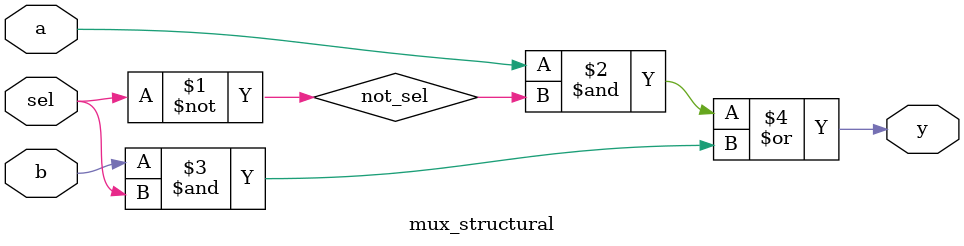
<source format=v>
module mux_structural(input a, b, sel,
                      output y);

    wire not_sel;

    assign not_sel = ~sel;
    assign y = (a & not_sel) | (b & sel);
endmodule
</source>
